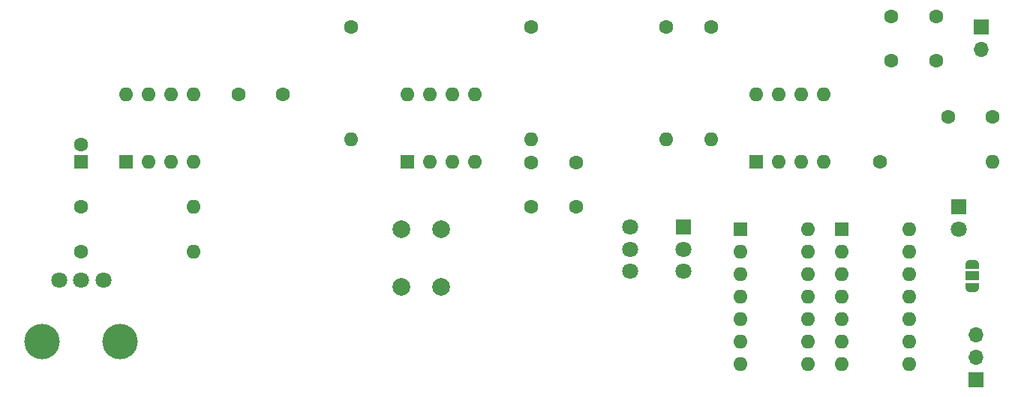
<source format=gbr>
%TF.GenerationSoftware,KiCad,Pcbnew,8.0.5*%
%TF.CreationDate,2024-10-04T10:44:53+02:00*%
%TF.ProjectId,8-bit computer,382d6269-7420-4636-9f6d-70757465722e,rev?*%
%TF.SameCoordinates,Original*%
%TF.FileFunction,Soldermask,Top*%
%TF.FilePolarity,Negative*%
%FSLAX46Y46*%
G04 Gerber Fmt 4.6, Leading zero omitted, Abs format (unit mm)*
G04 Created by KiCad (PCBNEW 8.0.5) date 2024-10-04 10:44:53*
%MOMM*%
%LPD*%
G01*
G04 APERTURE LIST*
G04 Aperture macros list*
%AMFreePoly0*
4,1,19,0.550000,-0.750000,0.000000,-0.750000,0.000000,-0.744911,-0.071157,-0.744911,-0.207708,-0.704816,-0.327430,-0.627875,-0.420627,-0.520320,-0.479746,-0.390866,-0.500000,-0.250000,-0.500000,0.250000,-0.479746,0.390866,-0.420627,0.520320,-0.327430,0.627875,-0.207708,0.704816,-0.071157,0.744911,0.000000,0.744911,0.000000,0.750000,0.550000,0.750000,0.550000,-0.750000,0.550000,-0.750000,
$1*%
%AMFreePoly1*
4,1,19,0.000000,0.744911,0.071157,0.744911,0.207708,0.704816,0.327430,0.627875,0.420627,0.520320,0.479746,0.390866,0.500000,0.250000,0.500000,-0.250000,0.479746,-0.390866,0.420627,-0.520320,0.327430,-0.627875,0.207708,-0.704816,0.071157,-0.744911,0.000000,-0.744911,0.000000,-0.750000,-0.550000,-0.750000,-0.550000,0.750000,0.000000,0.750000,0.000000,0.744911,0.000000,0.744911,
$1*%
G04 Aperture macros list end*
%ADD10FreePoly0,90.000000*%
%ADD11R,1.500000X1.000000*%
%ADD12FreePoly1,90.000000*%
%ADD13O,1.600000X1.600000*%
%ADD14R,1.600000X1.600000*%
%ADD15C,1.800000*%
%ADD16R,1.800000X1.800000*%
%ADD17C,2.000000*%
%ADD18C,4.000000*%
%ADD19C,1.600000*%
%ADD20O,1.700000X1.700000*%
%ADD21R,1.700000X1.700000*%
G04 APERTURE END LIST*
D10*
%TO.C,LED_SEL*%
X197104000Y-85277000D03*
D11*
X197104000Y-83977000D03*
D12*
X197104000Y-82677000D03*
%TD*%
D13*
%TO.C,U5*%
X190005000Y-78740000D03*
X190005000Y-81280000D03*
X190005000Y-83820000D03*
X190005000Y-86360000D03*
X190005000Y-88900000D03*
X190005000Y-91440000D03*
X190005000Y-93980000D03*
X182385000Y-93980000D03*
X182385000Y-91440000D03*
X182385000Y-88900000D03*
X182385000Y-86360000D03*
X182385000Y-83820000D03*
X182385000Y-81280000D03*
D14*
X182385000Y-78740000D03*
%TD*%
D13*
%TO.C,U3*%
X172720000Y-63500000D03*
X175260000Y-63500000D03*
X177800000Y-63500000D03*
X180340000Y-63500000D03*
X180340000Y-71120000D03*
X177800000Y-71120000D03*
X175260000Y-71120000D03*
D14*
X172720000Y-71120000D03*
%TD*%
%TO.C,U2*%
X133360000Y-71110000D03*
D13*
X135900000Y-71110000D03*
X138440000Y-71110000D03*
X140980000Y-71110000D03*
X140980000Y-63490000D03*
X138440000Y-63490000D03*
X135900000Y-63490000D03*
X133360000Y-63490000D03*
%TD*%
D14*
%TO.C,U1*%
X101600000Y-71120000D03*
D13*
X104140000Y-71120000D03*
X106680000Y-71120000D03*
X109220000Y-71120000D03*
X109220000Y-63500000D03*
X106680000Y-63500000D03*
X104140000Y-63500000D03*
X101600000Y-63500000D03*
%TD*%
D15*
%TO.C,SW2*%
X158496000Y-83486000D03*
X158496000Y-80986000D03*
X158496000Y-78486000D03*
X164496000Y-83486000D03*
X164496000Y-80986000D03*
D16*
X164496000Y-78486000D03*
%TD*%
D17*
%TO.C,SW1*%
X132660000Y-85240000D03*
X132660000Y-78740000D03*
X137160000Y-85240000D03*
X137160000Y-78740000D03*
%TD*%
D15*
%TO.C,RV1*%
X99020000Y-84440000D03*
X96520000Y-84440000D03*
X94020000Y-84440000D03*
D18*
X92120000Y-91440000D03*
X100920000Y-91440000D03*
%TD*%
D19*
%TO.C,R7*%
X186690000Y-71120000D03*
D13*
X199390000Y-71120000D03*
%TD*%
D19*
%TO.C,R6*%
X96520000Y-76200000D03*
D13*
X109220000Y-76200000D03*
%TD*%
%TO.C,R5*%
X109220000Y-81280000D03*
D19*
X96520000Y-81280000D03*
%TD*%
%TO.C,R4*%
X147320000Y-55880000D03*
D13*
X147320000Y-68580000D03*
%TD*%
D19*
%TO.C,R3*%
X127000000Y-55880000D03*
D13*
X127000000Y-68580000D03*
%TD*%
D19*
%TO.C,R2*%
X162560000Y-55880000D03*
D13*
X162560000Y-68580000D03*
%TD*%
D19*
%TO.C,R1*%
X167640000Y-55880000D03*
D13*
X167640000Y-68580000D03*
%TD*%
D16*
%TO.C,D1*%
X195580000Y-76200000D03*
D15*
X195580000Y-78740000D03*
%TD*%
D14*
%TO.C,C7*%
X96520000Y-71120000D03*
D19*
X96520000Y-69120000D03*
%TD*%
%TO.C,C6*%
X114300000Y-63500000D03*
X119300000Y-63500000D03*
%TD*%
%TO.C,C5*%
X152400000Y-71200000D03*
X152400000Y-76200000D03*
%TD*%
%TO.C,C4*%
X147320000Y-71200000D03*
X147320000Y-76200000D03*
%TD*%
%TO.C,C3*%
X194390000Y-66040000D03*
X199390000Y-66040000D03*
%TD*%
%TO.C,C2*%
X193040000Y-59695000D03*
X193040000Y-54695000D03*
%TD*%
%TO.C,C1*%
X187960000Y-59655000D03*
X187960000Y-54655000D03*
%TD*%
D20*
%TO.C,Control_Bus*%
X197485000Y-90678000D03*
X197485000Y-93218000D03*
D21*
X197485000Y-95758000D03*
%TD*%
D20*
%TO.C,PWR*%
X198120000Y-58420000D03*
D21*
X198120000Y-55880000D03*
%TD*%
D13*
%TO.C,U4*%
X178575000Y-78740000D03*
X178575000Y-81280000D03*
X178575000Y-83820000D03*
X178575000Y-86360000D03*
X178575000Y-88900000D03*
X178575000Y-91440000D03*
X178575000Y-93980000D03*
X170955000Y-93980000D03*
X170955000Y-91440000D03*
X170955000Y-88900000D03*
X170955000Y-86360000D03*
X170955000Y-83820000D03*
X170955000Y-81280000D03*
D14*
X170955000Y-78740000D03*
%TD*%
M02*

</source>
